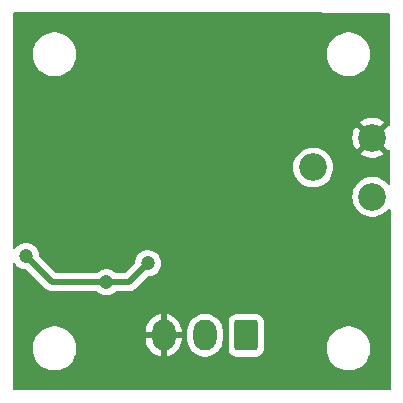
<source format=gbr>
%TF.GenerationSoftware,KiCad,Pcbnew,8.0.1*%
%TF.CreationDate,2024-05-29T15:36:32+02:00*%
%TF.ProjectId,TargetHitDetector,54617267-6574-4486-9974-446574656374,rev?*%
%TF.SameCoordinates,Original*%
%TF.FileFunction,Copper,L2,Bot*%
%TF.FilePolarity,Positive*%
%FSLAX46Y46*%
G04 Gerber Fmt 4.6, Leading zero omitted, Abs format (unit mm)*
G04 Created by KiCad (PCBNEW 8.0.1) date 2024-05-29 15:36:32*
%MOMM*%
%LPD*%
G01*
G04 APERTURE LIST*
G04 Aperture macros list*
%AMRoundRect*
0 Rectangle with rounded corners*
0 $1 Rounding radius*
0 $2 $3 $4 $5 $6 $7 $8 $9 X,Y pos of 4 corners*
0 Add a 4 corners polygon primitive as box body*
4,1,4,$2,$3,$4,$5,$6,$7,$8,$9,$2,$3,0*
0 Add four circle primitives for the rounded corners*
1,1,$1+$1,$2,$3*
1,1,$1+$1,$4,$5*
1,1,$1+$1,$6,$7*
1,1,$1+$1,$8,$9*
0 Add four rect primitives between the rounded corners*
20,1,$1+$1,$2,$3,$4,$5,0*
20,1,$1+$1,$4,$5,$6,$7,0*
20,1,$1+$1,$6,$7,$8,$9,0*
20,1,$1+$1,$8,$9,$2,$3,0*%
G04 Aperture macros list end*
%TA.AperFunction,ComponentPad*%
%ADD10RoundRect,0.250000X0.750000X1.050000X-0.750000X1.050000X-0.750000X-1.050000X0.750000X-1.050000X0*%
%TD*%
%TA.AperFunction,ComponentPad*%
%ADD11O,2.000000X2.600000*%
%TD*%
%TA.AperFunction,ComponentPad*%
%ADD12C,2.340000*%
%TD*%
%TA.AperFunction,ViaPad*%
%ADD13C,1.200000*%
%TD*%
%TA.AperFunction,Conductor*%
%ADD14C,0.500000*%
%TD*%
G04 APERTURE END LIST*
D10*
%TO.P,J1,1,Pin_1*%
%TO.N,Net-(J1-Pin_1)*%
X149750000Y-110400000D03*
D11*
%TO.P,J1,2,Pin_2*%
%TO.N,+6V*%
X146250000Y-110400000D03*
%TO.P,J1,3,Pin_3*%
%TO.N,Earth*%
X142750000Y-110400000D03*
%TD*%
D12*
%TO.P,RV1,1,1*%
%TO.N,+6V*%
X160400000Y-98675000D03*
%TO.P,RV1,2,2*%
%TO.N,Net-(U2--)*%
X155400000Y-96175000D03*
%TO.P,RV1,3,3*%
%TO.N,Earth*%
X160400000Y-93675000D03*
%TD*%
D13*
%TO.N,Net-(BZ1--)*%
X141400000Y-104300000D03*
X137900000Y-105900000D03*
X131100000Y-103700000D03*
%TD*%
D14*
%TO.N,Net-(BZ1--)*%
X139800000Y-105900000D02*
X137900000Y-105900000D01*
X141400000Y-104300000D02*
X139800000Y-105900000D01*
X133300000Y-105900000D02*
X137900000Y-105900000D01*
X131100000Y-103700000D02*
X133300000Y-105900000D01*
%TD*%
%TA.AperFunction,Conductor*%
%TO.N,Earth*%
G36*
X150700320Y-83065001D02*
G01*
X161774788Y-83099608D01*
X161842844Y-83119822D01*
X161889169Y-83173623D01*
X161900391Y-83225213D01*
X161929552Y-92557032D01*
X161909763Y-92625215D01*
X161856253Y-92671876D01*
X161796488Y-92683228D01*
X161753399Y-92680808D01*
X161002697Y-93431509D01*
X160976022Y-93367110D01*
X160904888Y-93260649D01*
X160814351Y-93170112D01*
X160707890Y-93098978D01*
X160643488Y-93072301D01*
X161393988Y-92321801D01*
X161393988Y-92321799D01*
X161241355Y-92217736D01*
X161241347Y-92217731D01*
X161014770Y-92108617D01*
X161014752Y-92108610D01*
X160774447Y-92034486D01*
X160774435Y-92034484D01*
X160525745Y-91997000D01*
X160274255Y-91997000D01*
X160025564Y-92034484D01*
X160025552Y-92034486D01*
X159785247Y-92108610D01*
X159785234Y-92108615D01*
X159558651Y-92217732D01*
X159406010Y-92321800D01*
X159406010Y-92321801D01*
X160156510Y-93072301D01*
X160092110Y-93098978D01*
X159985649Y-93170112D01*
X159895112Y-93260649D01*
X159823978Y-93367110D01*
X159797301Y-93431510D01*
X159046598Y-92680807D01*
X159046597Y-92680807D01*
X159009686Y-92727095D01*
X158883933Y-92944904D01*
X158883931Y-92944908D01*
X158792054Y-93179010D01*
X158792053Y-93179012D01*
X158736089Y-93424202D01*
X158717295Y-93675000D01*
X158736089Y-93925797D01*
X158792053Y-94170987D01*
X158792054Y-94170989D01*
X158883931Y-94405091D01*
X158883933Y-94405095D01*
X159009682Y-94622899D01*
X159009685Y-94622902D01*
X159046597Y-94669190D01*
X159797301Y-93918487D01*
X159823978Y-93982890D01*
X159895112Y-94089351D01*
X159985649Y-94179888D01*
X160092110Y-94251022D01*
X160156510Y-94277698D01*
X159406010Y-95028197D01*
X159406010Y-95028199D01*
X159558638Y-95132259D01*
X159558646Y-95132263D01*
X159785235Y-95241384D01*
X159785247Y-95241389D01*
X160025552Y-95315513D01*
X160025564Y-95315515D01*
X160274255Y-95353000D01*
X160525745Y-95353000D01*
X160774435Y-95315515D01*
X160774447Y-95315513D01*
X161014752Y-95241389D01*
X161014765Y-95241384D01*
X161241355Y-95132263D01*
X161393988Y-95028198D01*
X161393988Y-95028197D01*
X160643489Y-94277698D01*
X160707890Y-94251022D01*
X160814351Y-94179888D01*
X160904888Y-94089351D01*
X160976022Y-93982890D01*
X161002698Y-93918489D01*
X161753399Y-94669190D01*
X161803471Y-94666378D01*
X161872606Y-94682529D01*
X161922035Y-94733493D01*
X161936536Y-94791786D01*
X161945187Y-97560017D01*
X161925398Y-97628200D01*
X161871888Y-97674860D01*
X161801646Y-97685184D01*
X161736974Y-97655893D01*
X161720677Y-97638971D01*
X161715674Y-97632698D01*
X161633878Y-97530128D01*
X161633877Y-97530127D01*
X161633874Y-97530123D01*
X161449467Y-97359021D01*
X161449461Y-97359015D01*
X161380176Y-97311777D01*
X161241606Y-97217301D01*
X161014949Y-97108148D01*
X161014936Y-97108143D01*
X160774559Y-97033997D01*
X160774551Y-97033995D01*
X160774549Y-97033995D01*
X160525786Y-96996500D01*
X160274214Y-96996500D01*
X160025451Y-97033995D01*
X160025449Y-97033995D01*
X160025440Y-97033997D01*
X159785063Y-97108143D01*
X159785051Y-97108148D01*
X159558394Y-97217301D01*
X159558387Y-97217305D01*
X159350544Y-97359011D01*
X159350532Y-97359021D01*
X159166125Y-97530123D01*
X159009266Y-97726819D01*
X158883481Y-97944686D01*
X158883479Y-97944690D01*
X158791571Y-98178870D01*
X158735594Y-98424126D01*
X158735593Y-98424131D01*
X158716793Y-98675000D01*
X158735593Y-98925869D01*
X158735594Y-98925873D01*
X158791571Y-99171129D01*
X158883479Y-99405309D01*
X158883481Y-99405313D01*
X159009266Y-99623180D01*
X159009268Y-99623183D01*
X159009269Y-99623184D01*
X159041984Y-99664207D01*
X159166125Y-99819876D01*
X159302134Y-99946072D01*
X159350538Y-99990984D01*
X159350544Y-99990988D01*
X159558387Y-100132694D01*
X159558394Y-100132698D01*
X159558397Y-100132700D01*
X159785055Y-100241853D01*
X159785058Y-100241853D01*
X159785063Y-100241856D01*
X160025440Y-100316002D01*
X160025442Y-100316002D01*
X160025451Y-100316005D01*
X160274214Y-100353500D01*
X160274218Y-100353500D01*
X160525782Y-100353500D01*
X160525786Y-100353500D01*
X160774549Y-100316005D01*
X160774559Y-100316002D01*
X161014936Y-100241856D01*
X161014938Y-100241854D01*
X161014945Y-100241853D01*
X161241604Y-100132700D01*
X161449462Y-99990984D01*
X161633878Y-99819872D01*
X161725489Y-99704994D01*
X161783600Y-99664207D01*
X161854537Y-99661310D01*
X161915779Y-99697226D01*
X161947882Y-99760550D01*
X161950000Y-99783554D01*
X161950000Y-114939000D01*
X161929998Y-115007121D01*
X161876342Y-115053614D01*
X161824000Y-115065000D01*
X150765072Y-115065000D01*
X150764679Y-115064999D01*
X130075607Y-115000546D01*
X130007549Y-114980332D01*
X129961224Y-114926532D01*
X129950000Y-114874547D01*
X129950000Y-111621290D01*
X131649500Y-111621290D01*
X131681160Y-111861782D01*
X131731333Y-112049030D01*
X131743946Y-112096100D01*
X131836776Y-112320212D01*
X131836777Y-112320213D01*
X131836782Y-112320224D01*
X131958061Y-112530285D01*
X131958063Y-112530288D01*
X131958064Y-112530289D01*
X132105735Y-112722738D01*
X132105739Y-112722742D01*
X132105744Y-112722748D01*
X132277251Y-112894255D01*
X132277256Y-112894259D01*
X132277262Y-112894265D01*
X132469711Y-113041936D01*
X132469714Y-113041938D01*
X132679775Y-113163217D01*
X132679779Y-113163218D01*
X132679788Y-113163224D01*
X132903900Y-113256054D01*
X133138211Y-113318838D01*
X133138215Y-113318838D01*
X133138217Y-113318839D01*
X133200202Y-113326999D01*
X133378712Y-113350500D01*
X133378719Y-113350500D01*
X133621281Y-113350500D01*
X133621288Y-113350500D01*
X133838637Y-113321885D01*
X133861782Y-113318839D01*
X133861782Y-113318838D01*
X133861789Y-113318838D01*
X134096100Y-113256054D01*
X134320212Y-113163224D01*
X134530289Y-113041936D01*
X134722738Y-112894265D01*
X134894265Y-112722738D01*
X135041936Y-112530289D01*
X135163224Y-112320212D01*
X135256054Y-112096100D01*
X135268667Y-112049030D01*
X135284435Y-111990182D01*
X135318838Y-111861789D01*
X135350500Y-111621288D01*
X135350500Y-111378712D01*
X135318838Y-111138211D01*
X135256054Y-110903900D01*
X135220754Y-110818678D01*
X141242000Y-110818678D01*
X141279133Y-111053129D01*
X141352480Y-111278867D01*
X141460245Y-111490367D01*
X141599764Y-111682398D01*
X141599766Y-111682401D01*
X141767598Y-111850233D01*
X141767601Y-111850235D01*
X141959632Y-111989754D01*
X142171132Y-112097519D01*
X142396871Y-112170866D01*
X142496000Y-112186566D01*
X142496000Y-111160703D01*
X142516649Y-111169257D01*
X142671207Y-111200000D01*
X142828793Y-111200000D01*
X142983351Y-111169257D01*
X143004000Y-111160703D01*
X143004000Y-112186566D01*
X143103128Y-112170866D01*
X143328867Y-112097519D01*
X143540367Y-111989754D01*
X143732398Y-111850235D01*
X143732401Y-111850233D01*
X143900233Y-111682401D01*
X143900235Y-111682398D01*
X144039754Y-111490367D01*
X144147519Y-111278867D01*
X144220866Y-111053129D01*
X144257993Y-110818722D01*
X144741500Y-110818722D01*
X144773601Y-111021401D01*
X144778645Y-111053246D01*
X144851954Y-111278867D01*
X144852018Y-111279063D01*
X144959815Y-111490627D01*
X145099380Y-111682722D01*
X145099382Y-111682724D01*
X145099384Y-111682727D01*
X145267272Y-111850615D01*
X145267275Y-111850617D01*
X145267278Y-111850620D01*
X145459373Y-111990185D01*
X145670937Y-112097982D01*
X145896759Y-112171356D01*
X146131278Y-112208500D01*
X146131281Y-112208500D01*
X146368719Y-112208500D01*
X146368722Y-112208500D01*
X146603241Y-112171356D01*
X146829063Y-112097982D01*
X147040627Y-111990185D01*
X147232722Y-111850620D01*
X147400620Y-111682722D01*
X147532980Y-111500544D01*
X148241500Y-111500544D01*
X148252112Y-111604425D01*
X148307885Y-111772738D01*
X148400970Y-111923652D01*
X148400975Y-111923658D01*
X148526341Y-112049024D01*
X148526347Y-112049029D01*
X148526348Y-112049030D01*
X148677262Y-112142115D01*
X148845574Y-112197887D01*
X148949455Y-112208500D01*
X150550544Y-112208499D01*
X150654426Y-112197887D01*
X150822738Y-112142115D01*
X150973652Y-112049030D01*
X151099030Y-111923652D01*
X151192115Y-111772738D01*
X151242299Y-111621290D01*
X156549500Y-111621290D01*
X156581160Y-111861782D01*
X156631333Y-112049030D01*
X156643946Y-112096100D01*
X156736776Y-112320212D01*
X156736777Y-112320213D01*
X156736782Y-112320224D01*
X156858061Y-112530285D01*
X156858063Y-112530288D01*
X156858064Y-112530289D01*
X157005735Y-112722738D01*
X157005739Y-112722742D01*
X157005744Y-112722748D01*
X157177251Y-112894255D01*
X157177256Y-112894259D01*
X157177262Y-112894265D01*
X157369711Y-113041936D01*
X157369714Y-113041938D01*
X157579775Y-113163217D01*
X157579779Y-113163218D01*
X157579788Y-113163224D01*
X157803900Y-113256054D01*
X158038211Y-113318838D01*
X158038215Y-113318838D01*
X158038217Y-113318839D01*
X158100202Y-113326999D01*
X158278712Y-113350500D01*
X158278719Y-113350500D01*
X158521281Y-113350500D01*
X158521288Y-113350500D01*
X158738637Y-113321885D01*
X158761782Y-113318839D01*
X158761782Y-113318838D01*
X158761789Y-113318838D01*
X158996100Y-113256054D01*
X159220212Y-113163224D01*
X159430289Y-113041936D01*
X159622738Y-112894265D01*
X159794265Y-112722738D01*
X159941936Y-112530289D01*
X160063224Y-112320212D01*
X160156054Y-112096100D01*
X160168667Y-112049030D01*
X160184435Y-111990182D01*
X160218838Y-111861789D01*
X160250500Y-111621288D01*
X160250500Y-111378712D01*
X160218838Y-111138211D01*
X160156054Y-110903900D01*
X160063224Y-110679788D01*
X160063218Y-110679779D01*
X160063217Y-110679775D01*
X159941938Y-110469714D01*
X159941936Y-110469711D01*
X159794265Y-110277262D01*
X159794259Y-110277256D01*
X159794255Y-110277251D01*
X159622748Y-110105744D01*
X159622742Y-110105739D01*
X159622738Y-110105735D01*
X159430289Y-109958064D01*
X159430288Y-109958063D01*
X159430285Y-109958061D01*
X159220224Y-109836782D01*
X159220216Y-109836778D01*
X159220212Y-109836776D01*
X158996100Y-109743946D01*
X158996097Y-109743945D01*
X158996095Y-109743944D01*
X158761782Y-109681160D01*
X158521290Y-109649500D01*
X158521288Y-109649500D01*
X158278712Y-109649500D01*
X158278709Y-109649500D01*
X158038217Y-109681160D01*
X157803904Y-109743944D01*
X157803900Y-109743946D01*
X157579786Y-109836777D01*
X157579775Y-109836782D01*
X157369714Y-109958061D01*
X157177262Y-110105735D01*
X157177251Y-110105744D01*
X157005744Y-110277251D01*
X157005735Y-110277262D01*
X156858061Y-110469714D01*
X156736782Y-110679775D01*
X156736777Y-110679786D01*
X156736776Y-110679788D01*
X156679228Y-110818722D01*
X156643946Y-110903900D01*
X156643944Y-110903904D01*
X156581160Y-111138217D01*
X156549500Y-111378709D01*
X156549500Y-111621290D01*
X151242299Y-111621290D01*
X151247887Y-111604426D01*
X151258500Y-111500545D01*
X151258499Y-109299456D01*
X151247887Y-109195574D01*
X151192115Y-109027262D01*
X151099030Y-108876348D01*
X151099029Y-108876347D01*
X151099024Y-108876341D01*
X150973658Y-108750975D01*
X150973652Y-108750970D01*
X150822738Y-108657885D01*
X150734493Y-108628644D01*
X150654427Y-108602113D01*
X150654420Y-108602112D01*
X150550553Y-108591500D01*
X148949455Y-108591500D01*
X148845574Y-108602112D01*
X148677261Y-108657885D01*
X148526347Y-108750970D01*
X148526341Y-108750975D01*
X148400975Y-108876341D01*
X148400970Y-108876347D01*
X148307885Y-109027262D01*
X148252113Y-109195572D01*
X148252112Y-109195579D01*
X148241500Y-109299446D01*
X148241500Y-111500544D01*
X147532980Y-111500544D01*
X147540185Y-111490627D01*
X147647982Y-111279063D01*
X147721356Y-111053241D01*
X147758500Y-110818722D01*
X147758500Y-109981278D01*
X147721356Y-109746759D01*
X147647982Y-109520937D01*
X147540185Y-109309373D01*
X147400620Y-109117278D01*
X147400617Y-109117275D01*
X147400615Y-109117272D01*
X147232727Y-108949384D01*
X147232724Y-108949382D01*
X147232722Y-108949380D01*
X147040627Y-108809815D01*
X146829063Y-108702018D01*
X146829060Y-108702017D01*
X146829058Y-108702016D01*
X146603246Y-108628645D01*
X146603242Y-108628644D01*
X146603241Y-108628644D01*
X146368722Y-108591500D01*
X146131278Y-108591500D01*
X145896759Y-108628644D01*
X145896753Y-108628645D01*
X145670941Y-108702016D01*
X145670935Y-108702019D01*
X145459369Y-108809817D01*
X145267275Y-108949382D01*
X145267272Y-108949384D01*
X145099384Y-109117272D01*
X145099382Y-109117275D01*
X144959817Y-109309369D01*
X144852019Y-109520935D01*
X144852016Y-109520941D01*
X144778645Y-109746753D01*
X144778644Y-109746758D01*
X144778644Y-109746759D01*
X144741500Y-109981278D01*
X144741500Y-110818722D01*
X144257993Y-110818722D01*
X144258000Y-110818678D01*
X144258000Y-110654000D01*
X143510704Y-110654000D01*
X143519257Y-110633351D01*
X143550000Y-110478793D01*
X143550000Y-110321207D01*
X143519257Y-110166649D01*
X143510704Y-110146000D01*
X144258000Y-110146000D01*
X144258000Y-109981321D01*
X144220866Y-109746870D01*
X144147519Y-109521132D01*
X144039754Y-109309632D01*
X143900235Y-109117601D01*
X143900233Y-109117598D01*
X143732401Y-108949766D01*
X143732398Y-108949764D01*
X143540367Y-108810245D01*
X143328867Y-108702480D01*
X143103128Y-108629133D01*
X143004000Y-108613432D01*
X143004000Y-109639296D01*
X142983351Y-109630743D01*
X142828793Y-109600000D01*
X142671207Y-109600000D01*
X142516649Y-109630743D01*
X142496000Y-109639296D01*
X142496000Y-108613432D01*
X142396871Y-108629133D01*
X142171132Y-108702480D01*
X141959632Y-108810245D01*
X141767601Y-108949764D01*
X141767598Y-108949766D01*
X141599766Y-109117598D01*
X141599764Y-109117601D01*
X141460245Y-109309632D01*
X141352480Y-109521132D01*
X141279133Y-109746870D01*
X141242000Y-109981321D01*
X141242000Y-110146000D01*
X141989296Y-110146000D01*
X141980743Y-110166649D01*
X141950000Y-110321207D01*
X141950000Y-110478793D01*
X141980743Y-110633351D01*
X141989296Y-110654000D01*
X141242000Y-110654000D01*
X141242000Y-110818678D01*
X135220754Y-110818678D01*
X135163224Y-110679788D01*
X135163218Y-110679779D01*
X135163217Y-110679775D01*
X135041938Y-110469714D01*
X135041936Y-110469711D01*
X134894265Y-110277262D01*
X134894259Y-110277256D01*
X134894255Y-110277251D01*
X134722748Y-110105744D01*
X134722742Y-110105739D01*
X134722738Y-110105735D01*
X134530289Y-109958064D01*
X134530288Y-109958063D01*
X134530285Y-109958061D01*
X134320224Y-109836782D01*
X134320216Y-109836778D01*
X134320212Y-109836776D01*
X134096100Y-109743946D01*
X134096097Y-109743945D01*
X134096095Y-109743944D01*
X133861782Y-109681160D01*
X133621290Y-109649500D01*
X133621288Y-109649500D01*
X133378712Y-109649500D01*
X133378709Y-109649500D01*
X133138217Y-109681160D01*
X132903904Y-109743944D01*
X132903900Y-109743946D01*
X132679786Y-109836777D01*
X132679775Y-109836782D01*
X132469714Y-109958061D01*
X132277262Y-110105735D01*
X132277251Y-110105744D01*
X132105744Y-110277251D01*
X132105735Y-110277262D01*
X131958061Y-110469714D01*
X131836782Y-110679775D01*
X131836777Y-110679786D01*
X131836776Y-110679788D01*
X131779228Y-110818722D01*
X131743946Y-110903900D01*
X131743944Y-110903904D01*
X131681160Y-111138217D01*
X131649500Y-111378709D01*
X131649500Y-111621290D01*
X129950000Y-111621290D01*
X129950000Y-104392509D01*
X129970002Y-104324388D01*
X130023658Y-104277895D01*
X130093932Y-104267791D01*
X130158512Y-104297285D01*
X130176548Y-104316575D01*
X130206197Y-104355837D01*
X130277298Y-104449991D01*
X130429116Y-104588391D01*
X130429118Y-104588392D01*
X130603782Y-104696540D01*
X130795345Y-104770751D01*
X130997282Y-104808500D01*
X131083629Y-104808500D01*
X131151750Y-104828502D01*
X131172724Y-104845405D01*
X132816485Y-106489166D01*
X132940716Y-106572174D01*
X133078753Y-106629351D01*
X133152022Y-106643924D01*
X133152023Y-106643925D01*
X133166598Y-106646824D01*
X133225294Y-106658500D01*
X133225295Y-106658500D01*
X133374705Y-106658500D01*
X137037820Y-106658500D01*
X137105941Y-106678502D01*
X137122706Y-106691385D01*
X137229116Y-106788391D01*
X137229118Y-106788392D01*
X137403782Y-106896540D01*
X137595345Y-106970751D01*
X137797282Y-107008500D01*
X137797285Y-107008500D01*
X138002715Y-107008500D01*
X138002718Y-107008500D01*
X138204655Y-106970751D01*
X138396218Y-106896540D01*
X138570882Y-106788392D01*
X138677294Y-106691385D01*
X138741111Y-106660274D01*
X138762180Y-106658500D01*
X139874701Y-106658500D01*
X139874705Y-106658500D01*
X139874706Y-106658500D01*
X139947976Y-106643925D01*
X140021247Y-106629351D01*
X140159284Y-106572174D01*
X140283515Y-106489166D01*
X141327276Y-105445405D01*
X141389588Y-105411379D01*
X141416371Y-105408500D01*
X141502715Y-105408500D01*
X141502718Y-105408500D01*
X141704655Y-105370751D01*
X141896218Y-105296540D01*
X142070882Y-105188392D01*
X142222701Y-105049991D01*
X142346503Y-104886050D01*
X142346504Y-104886046D01*
X142346506Y-104886045D01*
X142438070Y-104702160D01*
X142438069Y-104702160D01*
X142438074Y-104702152D01*
X142494294Y-104504559D01*
X142513249Y-104300000D01*
X142494294Y-104095441D01*
X142438074Y-103897848D01*
X142377839Y-103776880D01*
X142346506Y-103713954D01*
X142346502Y-103713949D01*
X142222702Y-103550009D01*
X142070883Y-103411608D01*
X141896223Y-103303463D01*
X141896222Y-103303462D01*
X141896218Y-103303460D01*
X141778867Y-103257998D01*
X141704656Y-103229249D01*
X141654170Y-103219811D01*
X141502718Y-103191500D01*
X141297282Y-103191500D01*
X141176119Y-103214149D01*
X141095343Y-103229249D01*
X140946921Y-103286748D01*
X140903782Y-103303460D01*
X140903781Y-103303460D01*
X140903780Y-103303461D01*
X140903776Y-103303463D01*
X140729116Y-103411608D01*
X140577297Y-103550009D01*
X140453497Y-103713949D01*
X140453493Y-103713954D01*
X140361929Y-103897839D01*
X140361923Y-103897855D01*
X140305705Y-104095442D01*
X140286805Y-104299409D01*
X140260603Y-104365393D01*
X140250439Y-104376878D01*
X139522724Y-105104595D01*
X139460411Y-105138620D01*
X139433628Y-105141500D01*
X138762180Y-105141500D01*
X138694059Y-105121498D01*
X138677294Y-105108615D01*
X138570883Y-105011608D01*
X138396223Y-104903463D01*
X138396222Y-104903462D01*
X138396218Y-104903460D01*
X138246359Y-104845405D01*
X138204656Y-104829249D01*
X138154170Y-104819811D01*
X138002718Y-104791500D01*
X137797282Y-104791500D01*
X137676119Y-104814149D01*
X137595343Y-104829249D01*
X137448736Y-104886045D01*
X137403782Y-104903460D01*
X137403781Y-104903460D01*
X137403780Y-104903461D01*
X137403776Y-104903463D01*
X137229116Y-105011608D01*
X137122706Y-105108615D01*
X137058889Y-105139726D01*
X137037820Y-105141500D01*
X133666371Y-105141500D01*
X133598250Y-105121498D01*
X133577276Y-105104595D01*
X132249561Y-103776880D01*
X132215535Y-103714568D01*
X132213196Y-103699431D01*
X132194294Y-103495441D01*
X132170441Y-103411608D01*
X132138076Y-103297855D01*
X132138075Y-103297854D01*
X132138074Y-103297848D01*
X132085119Y-103191500D01*
X132046506Y-103113954D01*
X132046502Y-103113949D01*
X131922702Y-102950009D01*
X131770883Y-102811608D01*
X131596223Y-102703463D01*
X131596222Y-102703462D01*
X131596218Y-102703460D01*
X131478867Y-102657998D01*
X131404656Y-102629249D01*
X131354170Y-102619811D01*
X131202718Y-102591500D01*
X130997282Y-102591500D01*
X130876119Y-102614149D01*
X130795343Y-102629249D01*
X130646921Y-102686748D01*
X130603782Y-102703460D01*
X130603781Y-102703460D01*
X130603780Y-102703461D01*
X130603776Y-102703463D01*
X130429116Y-102811608D01*
X130277297Y-102950009D01*
X130176550Y-103083422D01*
X130119537Y-103125729D01*
X130048700Y-103130497D01*
X129986531Y-103096211D01*
X129952768Y-103033756D01*
X129950000Y-103007490D01*
X129950000Y-96175000D01*
X153716793Y-96175000D01*
X153735593Y-96425869D01*
X153735594Y-96425873D01*
X153791571Y-96671129D01*
X153883479Y-96905309D01*
X153883481Y-96905313D01*
X154009266Y-97123180D01*
X154166125Y-97319876D01*
X154302134Y-97446072D01*
X154350538Y-97490984D01*
X154350544Y-97490988D01*
X154558387Y-97632694D01*
X154558394Y-97632698D01*
X154558397Y-97632700D01*
X154785055Y-97741853D01*
X154785058Y-97741853D01*
X154785063Y-97741856D01*
X155025440Y-97816002D01*
X155025442Y-97816002D01*
X155025451Y-97816005D01*
X155274214Y-97853500D01*
X155274218Y-97853500D01*
X155525782Y-97853500D01*
X155525786Y-97853500D01*
X155774549Y-97816005D01*
X155774559Y-97816002D01*
X156014936Y-97741856D01*
X156014938Y-97741854D01*
X156014945Y-97741853D01*
X156241604Y-97632700D01*
X156449462Y-97490984D01*
X156633878Y-97319872D01*
X156790731Y-97123184D01*
X156916517Y-96905316D01*
X157008427Y-96671134D01*
X157064407Y-96425869D01*
X157083207Y-96175000D01*
X157064407Y-95924131D01*
X157008427Y-95678866D01*
X156965320Y-95569033D01*
X156916520Y-95444690D01*
X156916518Y-95444686D01*
X156790733Y-95226819D01*
X156715324Y-95132259D01*
X156633878Y-95030128D01*
X156633877Y-95030127D01*
X156633874Y-95030123D01*
X156449467Y-94859021D01*
X156449461Y-94859015D01*
X156350854Y-94791786D01*
X156241606Y-94717301D01*
X156014949Y-94608148D01*
X156014936Y-94608143D01*
X155774559Y-94533997D01*
X155774551Y-94533995D01*
X155774549Y-94533995D01*
X155525786Y-94496500D01*
X155274214Y-94496500D01*
X155025451Y-94533995D01*
X155025449Y-94533995D01*
X155025440Y-94533997D01*
X154785063Y-94608143D01*
X154785051Y-94608148D01*
X154558394Y-94717301D01*
X154558387Y-94717305D01*
X154350544Y-94859011D01*
X154350532Y-94859021D01*
X154166125Y-95030123D01*
X154009266Y-95226819D01*
X153883481Y-95444686D01*
X153883479Y-95444690D01*
X153791571Y-95678870D01*
X153735594Y-95924126D01*
X153735593Y-95924131D01*
X153716793Y-96175000D01*
X129950000Y-96175000D01*
X129950000Y-86721290D01*
X131649500Y-86721290D01*
X131681160Y-86961782D01*
X131743944Y-87196095D01*
X131743945Y-87196097D01*
X131743946Y-87196100D01*
X131836776Y-87420212D01*
X131836777Y-87420213D01*
X131836782Y-87420224D01*
X131958061Y-87630285D01*
X131958063Y-87630288D01*
X131958064Y-87630289D01*
X132105735Y-87822738D01*
X132105739Y-87822742D01*
X132105744Y-87822748D01*
X132277251Y-87994255D01*
X132277256Y-87994259D01*
X132277262Y-87994265D01*
X132469711Y-88141936D01*
X132469714Y-88141938D01*
X132679775Y-88263217D01*
X132679779Y-88263218D01*
X132679788Y-88263224D01*
X132903900Y-88356054D01*
X133138211Y-88418838D01*
X133138215Y-88418838D01*
X133138217Y-88418839D01*
X133200202Y-88426999D01*
X133378712Y-88450500D01*
X133378719Y-88450500D01*
X133621281Y-88450500D01*
X133621288Y-88450500D01*
X133838637Y-88421885D01*
X133861782Y-88418839D01*
X133861782Y-88418838D01*
X133861789Y-88418838D01*
X134096100Y-88356054D01*
X134320212Y-88263224D01*
X134530289Y-88141936D01*
X134722738Y-87994265D01*
X134894265Y-87822738D01*
X135041936Y-87630289D01*
X135163224Y-87420212D01*
X135256054Y-87196100D01*
X135318838Y-86961789D01*
X135350500Y-86721290D01*
X156549500Y-86721290D01*
X156581160Y-86961782D01*
X156643944Y-87196095D01*
X156643945Y-87196097D01*
X156643946Y-87196100D01*
X156736776Y-87420212D01*
X156736777Y-87420213D01*
X156736782Y-87420224D01*
X156858061Y-87630285D01*
X156858063Y-87630288D01*
X156858064Y-87630289D01*
X157005735Y-87822738D01*
X157005739Y-87822742D01*
X157005744Y-87822748D01*
X157177251Y-87994255D01*
X157177256Y-87994259D01*
X157177262Y-87994265D01*
X157369711Y-88141936D01*
X157369714Y-88141938D01*
X157579775Y-88263217D01*
X157579779Y-88263218D01*
X157579788Y-88263224D01*
X157803900Y-88356054D01*
X158038211Y-88418838D01*
X158038215Y-88418838D01*
X158038217Y-88418839D01*
X158100202Y-88426999D01*
X158278712Y-88450500D01*
X158278719Y-88450500D01*
X158521281Y-88450500D01*
X158521288Y-88450500D01*
X158738637Y-88421885D01*
X158761782Y-88418839D01*
X158761782Y-88418838D01*
X158761789Y-88418838D01*
X158996100Y-88356054D01*
X159220212Y-88263224D01*
X159430289Y-88141936D01*
X159622738Y-87994265D01*
X159794265Y-87822738D01*
X159941936Y-87630289D01*
X160063224Y-87420212D01*
X160156054Y-87196100D01*
X160218838Y-86961789D01*
X160250500Y-86721288D01*
X160250500Y-86478712D01*
X160218838Y-86238211D01*
X160156054Y-86003900D01*
X160063224Y-85779788D01*
X160063218Y-85779779D01*
X160063217Y-85779775D01*
X159941938Y-85569714D01*
X159941936Y-85569711D01*
X159794265Y-85377262D01*
X159794259Y-85377256D01*
X159794255Y-85377251D01*
X159622748Y-85205744D01*
X159622742Y-85205739D01*
X159622738Y-85205735D01*
X159430289Y-85058064D01*
X159430288Y-85058063D01*
X159430285Y-85058061D01*
X159220224Y-84936782D01*
X159220216Y-84936778D01*
X159220212Y-84936776D01*
X158996100Y-84843946D01*
X158996097Y-84843945D01*
X158996095Y-84843944D01*
X158761782Y-84781160D01*
X158521290Y-84749500D01*
X158521288Y-84749500D01*
X158278712Y-84749500D01*
X158278709Y-84749500D01*
X158038217Y-84781160D01*
X157803904Y-84843944D01*
X157803900Y-84843946D01*
X157579786Y-84936777D01*
X157579775Y-84936782D01*
X157369714Y-85058061D01*
X157177262Y-85205735D01*
X157177251Y-85205744D01*
X157005744Y-85377251D01*
X157005735Y-85377262D01*
X156858061Y-85569714D01*
X156736782Y-85779775D01*
X156736777Y-85779786D01*
X156643946Y-86003900D01*
X156643944Y-86003904D01*
X156581160Y-86238217D01*
X156549500Y-86478709D01*
X156549500Y-86721290D01*
X135350500Y-86721290D01*
X135350500Y-86721288D01*
X135350500Y-86478712D01*
X135318838Y-86238211D01*
X135256054Y-86003900D01*
X135163224Y-85779788D01*
X135163218Y-85779779D01*
X135163217Y-85779775D01*
X135041938Y-85569714D01*
X135041936Y-85569711D01*
X134894265Y-85377262D01*
X134894259Y-85377256D01*
X134894255Y-85377251D01*
X134722748Y-85205744D01*
X134722742Y-85205739D01*
X134722738Y-85205735D01*
X134530289Y-85058064D01*
X134530288Y-85058063D01*
X134530285Y-85058061D01*
X134320224Y-84936782D01*
X134320216Y-84936778D01*
X134320212Y-84936776D01*
X134096100Y-84843946D01*
X134096097Y-84843945D01*
X134096095Y-84843944D01*
X133861782Y-84781160D01*
X133621290Y-84749500D01*
X133621288Y-84749500D01*
X133378712Y-84749500D01*
X133378709Y-84749500D01*
X133138217Y-84781160D01*
X132903904Y-84843944D01*
X132903900Y-84843946D01*
X132679786Y-84936777D01*
X132679775Y-84936782D01*
X132469714Y-85058061D01*
X132277262Y-85205735D01*
X132277251Y-85205744D01*
X132105744Y-85377251D01*
X132105735Y-85377262D01*
X131958061Y-85569714D01*
X131836782Y-85779775D01*
X131836777Y-85779786D01*
X131743946Y-86003900D01*
X131743944Y-86003904D01*
X131681160Y-86238217D01*
X131649500Y-86478709D01*
X131649500Y-86721290D01*
X129950000Y-86721290D01*
X129950000Y-83191000D01*
X129970002Y-83122879D01*
X130023658Y-83076386D01*
X130076000Y-83065000D01*
X150699926Y-83065000D01*
X150700320Y-83065001D01*
G37*
%TD.AperFunction*%
%TD*%
M02*

</source>
